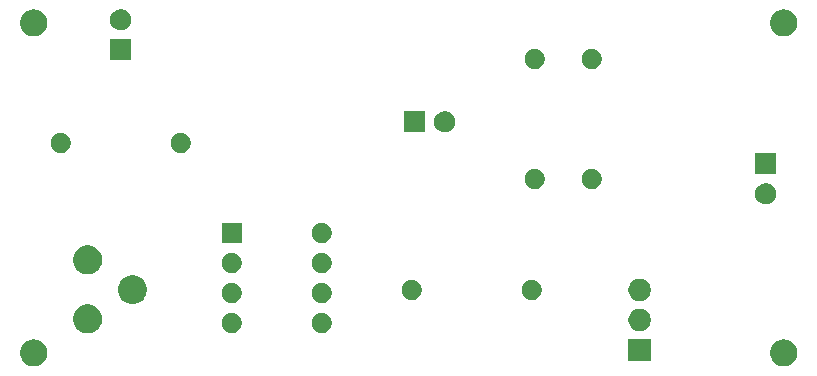
<source format=gbr>
G04 #@! TF.GenerationSoftware,KiCad,Pcbnew,5.1.5-52549c5~84~ubuntu18.04.1*
G04 #@! TF.CreationDate,2020-02-28T14:28:58+00:00*
G04 #@! TF.ProjectId,etl_driver_pcb,65746c5f-6472-4697-9665-725f7063622e,rev?*
G04 #@! TF.SameCoordinates,Original*
G04 #@! TF.FileFunction,Soldermask,Bot*
G04 #@! TF.FilePolarity,Negative*
%FSLAX46Y46*%
G04 Gerber Fmt 4.6, Leading zero omitted, Abs format (unit mm)*
G04 Created by KiCad (PCBNEW 5.1.5-52549c5~84~ubuntu18.04.1) date 2020-02-28 14:28:58*
%MOMM*%
%LPD*%
G04 APERTURE LIST*
%ADD10C,0.100000*%
G04 APERTURE END LIST*
D10*
G36*
X190470549Y-126125116D02*
G01*
X190581734Y-126147232D01*
X190791203Y-126233997D01*
X190979720Y-126359960D01*
X191140040Y-126520280D01*
X191266003Y-126708797D01*
X191352768Y-126918266D01*
X191397000Y-127140636D01*
X191397000Y-127367364D01*
X191352768Y-127589734D01*
X191266003Y-127799203D01*
X191140040Y-127987720D01*
X190979720Y-128148040D01*
X190791203Y-128274003D01*
X190581734Y-128360768D01*
X190470549Y-128382884D01*
X190359365Y-128405000D01*
X190132635Y-128405000D01*
X190021451Y-128382884D01*
X189910266Y-128360768D01*
X189700797Y-128274003D01*
X189512280Y-128148040D01*
X189351960Y-127987720D01*
X189225997Y-127799203D01*
X189139232Y-127589734D01*
X189095000Y-127367364D01*
X189095000Y-127140636D01*
X189139232Y-126918266D01*
X189225997Y-126708797D01*
X189351960Y-126520280D01*
X189512280Y-126359960D01*
X189700797Y-126233997D01*
X189910266Y-126147232D01*
X190021451Y-126125116D01*
X190132635Y-126103000D01*
X190359365Y-126103000D01*
X190470549Y-126125116D01*
G37*
G36*
X126970549Y-126125116D02*
G01*
X127081734Y-126147232D01*
X127291203Y-126233997D01*
X127479720Y-126359960D01*
X127640040Y-126520280D01*
X127766003Y-126708797D01*
X127852768Y-126918266D01*
X127897000Y-127140636D01*
X127897000Y-127367364D01*
X127852768Y-127589734D01*
X127766003Y-127799203D01*
X127640040Y-127987720D01*
X127479720Y-128148040D01*
X127291203Y-128274003D01*
X127081734Y-128360768D01*
X126970549Y-128382884D01*
X126859365Y-128405000D01*
X126632635Y-128405000D01*
X126521451Y-128382884D01*
X126410266Y-128360768D01*
X126200797Y-128274003D01*
X126012280Y-128148040D01*
X125851960Y-127987720D01*
X125725997Y-127799203D01*
X125639232Y-127589734D01*
X125595000Y-127367364D01*
X125595000Y-127140636D01*
X125639232Y-126918266D01*
X125725997Y-126708797D01*
X125851960Y-126520280D01*
X126012280Y-126359960D01*
X126200797Y-126233997D01*
X126410266Y-126147232D01*
X126521451Y-126125116D01*
X126632635Y-126103000D01*
X126859365Y-126103000D01*
X126970549Y-126125116D01*
G37*
G36*
X179005000Y-127951000D02*
G01*
X177103000Y-127951000D01*
X177103000Y-126049000D01*
X179005000Y-126049000D01*
X179005000Y-127951000D01*
G37*
G36*
X131674153Y-123205922D02*
G01*
X131766194Y-123244047D01*
X131896359Y-123297963D01*
X132096342Y-123431587D01*
X132266413Y-123601658D01*
X132400037Y-123801641D01*
X132453953Y-123931806D01*
X132465571Y-123959853D01*
X132492078Y-124023848D01*
X132523657Y-124182604D01*
X132539000Y-124259742D01*
X132539000Y-124500258D01*
X132492078Y-124736153D01*
X132466536Y-124797816D01*
X132400037Y-124958359D01*
X132266413Y-125158342D01*
X132096342Y-125328413D01*
X131896359Y-125462037D01*
X131766194Y-125515953D01*
X131674153Y-125554078D01*
X131556205Y-125577539D01*
X131438259Y-125601000D01*
X131197741Y-125601000D01*
X131079795Y-125577539D01*
X130961847Y-125554078D01*
X130869806Y-125515953D01*
X130739641Y-125462037D01*
X130539658Y-125328413D01*
X130369587Y-125158342D01*
X130235963Y-124958359D01*
X130169464Y-124797816D01*
X130143922Y-124736153D01*
X130097000Y-124500258D01*
X130097000Y-124259742D01*
X130112344Y-124182604D01*
X130143922Y-124023848D01*
X130170430Y-123959853D01*
X130182047Y-123931806D01*
X130235963Y-123801641D01*
X130369587Y-123601658D01*
X130539658Y-123431587D01*
X130739641Y-123297963D01*
X130869806Y-123244047D01*
X130961847Y-123205922D01*
X131197741Y-123159000D01*
X131438259Y-123159000D01*
X131674153Y-123205922D01*
G37*
G36*
X151378228Y-123895703D02*
G01*
X151533100Y-123959853D01*
X151672481Y-124052985D01*
X151791015Y-124171519D01*
X151884147Y-124310900D01*
X151948297Y-124465772D01*
X151981000Y-124630184D01*
X151981000Y-124797816D01*
X151948297Y-124962228D01*
X151884147Y-125117100D01*
X151791015Y-125256481D01*
X151672481Y-125375015D01*
X151533100Y-125468147D01*
X151378228Y-125532297D01*
X151213816Y-125565000D01*
X151046184Y-125565000D01*
X150881772Y-125532297D01*
X150726900Y-125468147D01*
X150587519Y-125375015D01*
X150468985Y-125256481D01*
X150375853Y-125117100D01*
X150311703Y-124962228D01*
X150279000Y-124797816D01*
X150279000Y-124630184D01*
X150311703Y-124465772D01*
X150375853Y-124310900D01*
X150468985Y-124171519D01*
X150587519Y-124052985D01*
X150726900Y-123959853D01*
X150881772Y-123895703D01*
X151046184Y-123863000D01*
X151213816Y-123863000D01*
X151378228Y-123895703D01*
G37*
G36*
X143758228Y-123895703D02*
G01*
X143913100Y-123959853D01*
X144052481Y-124052985D01*
X144171015Y-124171519D01*
X144264147Y-124310900D01*
X144328297Y-124465772D01*
X144361000Y-124630184D01*
X144361000Y-124797816D01*
X144328297Y-124962228D01*
X144264147Y-125117100D01*
X144171015Y-125256481D01*
X144052481Y-125375015D01*
X143913100Y-125468147D01*
X143758228Y-125532297D01*
X143593816Y-125565000D01*
X143426184Y-125565000D01*
X143261772Y-125532297D01*
X143106900Y-125468147D01*
X142967519Y-125375015D01*
X142848985Y-125256481D01*
X142755853Y-125117100D01*
X142691703Y-124962228D01*
X142659000Y-124797816D01*
X142659000Y-124630184D01*
X142691703Y-124465772D01*
X142755853Y-124310900D01*
X142848985Y-124171519D01*
X142967519Y-124052985D01*
X143106900Y-123959853D01*
X143261772Y-123895703D01*
X143426184Y-123863000D01*
X143593816Y-123863000D01*
X143758228Y-123895703D01*
G37*
G36*
X178331395Y-123545546D02*
G01*
X178504466Y-123617234D01*
X178504467Y-123617235D01*
X178660227Y-123721310D01*
X178792690Y-123853773D01*
X178820708Y-123895705D01*
X178896766Y-124009534D01*
X178968454Y-124182605D01*
X179005000Y-124366333D01*
X179005000Y-124553667D01*
X178968454Y-124737395D01*
X178896766Y-124910466D01*
X178896765Y-124910467D01*
X178792690Y-125066227D01*
X178660227Y-125198690D01*
X178581818Y-125251081D01*
X178504466Y-125302766D01*
X178331395Y-125374454D01*
X178147667Y-125411000D01*
X177960333Y-125411000D01*
X177776605Y-125374454D01*
X177603534Y-125302766D01*
X177526182Y-125251081D01*
X177447773Y-125198690D01*
X177315310Y-125066227D01*
X177211235Y-124910467D01*
X177211234Y-124910466D01*
X177139546Y-124737395D01*
X177103000Y-124553667D01*
X177103000Y-124366333D01*
X177139546Y-124182605D01*
X177211234Y-124009534D01*
X177287292Y-123895705D01*
X177315310Y-123853773D01*
X177447773Y-123721310D01*
X177603533Y-123617235D01*
X177603534Y-123617234D01*
X177776605Y-123545546D01*
X177960333Y-123509000D01*
X178147667Y-123509000D01*
X178331395Y-123545546D01*
G37*
G36*
X135474153Y-120705922D02*
G01*
X135566194Y-120744047D01*
X135696359Y-120797963D01*
X135896342Y-120931587D01*
X136066413Y-121101658D01*
X136200037Y-121301641D01*
X136249002Y-121419853D01*
X136289202Y-121516903D01*
X136292078Y-121523848D01*
X136339000Y-121759741D01*
X136339000Y-122000259D01*
X136338292Y-122003816D01*
X136292078Y-122236153D01*
X136256064Y-122323097D01*
X136200037Y-122458359D01*
X136066413Y-122658342D01*
X135896342Y-122828413D01*
X135696359Y-122962037D01*
X135566194Y-123015953D01*
X135474153Y-123054078D01*
X135356205Y-123077539D01*
X135238259Y-123101000D01*
X134997741Y-123101000D01*
X134879795Y-123077539D01*
X134761847Y-123054078D01*
X134669806Y-123015953D01*
X134539641Y-122962037D01*
X134339658Y-122828413D01*
X134169587Y-122658342D01*
X134035963Y-122458359D01*
X133979936Y-122323097D01*
X133943922Y-122236153D01*
X133897708Y-122003816D01*
X133897000Y-122000259D01*
X133897000Y-121759741D01*
X133943922Y-121523848D01*
X133946799Y-121516903D01*
X133986998Y-121419853D01*
X134035963Y-121301641D01*
X134169587Y-121101658D01*
X134339658Y-120931587D01*
X134539641Y-120797963D01*
X134669806Y-120744047D01*
X134761847Y-120705922D01*
X134997741Y-120659000D01*
X135238259Y-120659000D01*
X135474153Y-120705922D01*
G37*
G36*
X143758228Y-121355703D02*
G01*
X143913100Y-121419853D01*
X144052481Y-121512985D01*
X144171015Y-121631519D01*
X144264147Y-121770900D01*
X144328297Y-121925772D01*
X144361000Y-122090184D01*
X144361000Y-122257816D01*
X144328297Y-122422228D01*
X144264147Y-122577100D01*
X144171015Y-122716481D01*
X144052481Y-122835015D01*
X143913100Y-122928147D01*
X143758228Y-122992297D01*
X143593816Y-123025000D01*
X143426184Y-123025000D01*
X143261772Y-122992297D01*
X143106900Y-122928147D01*
X142967519Y-122835015D01*
X142848985Y-122716481D01*
X142755853Y-122577100D01*
X142691703Y-122422228D01*
X142659000Y-122257816D01*
X142659000Y-122090184D01*
X142691703Y-121925772D01*
X142755853Y-121770900D01*
X142848985Y-121631519D01*
X142967519Y-121512985D01*
X143106900Y-121419853D01*
X143261772Y-121355703D01*
X143426184Y-121323000D01*
X143593816Y-121323000D01*
X143758228Y-121355703D01*
G37*
G36*
X151378228Y-121355703D02*
G01*
X151533100Y-121419853D01*
X151672481Y-121512985D01*
X151791015Y-121631519D01*
X151884147Y-121770900D01*
X151948297Y-121925772D01*
X151981000Y-122090184D01*
X151981000Y-122257816D01*
X151948297Y-122422228D01*
X151884147Y-122577100D01*
X151791015Y-122716481D01*
X151672481Y-122835015D01*
X151533100Y-122928147D01*
X151378228Y-122992297D01*
X151213816Y-123025000D01*
X151046184Y-123025000D01*
X150881772Y-122992297D01*
X150726900Y-122928147D01*
X150587519Y-122835015D01*
X150468985Y-122716481D01*
X150375853Y-122577100D01*
X150311703Y-122422228D01*
X150279000Y-122257816D01*
X150279000Y-122090184D01*
X150311703Y-121925772D01*
X150375853Y-121770900D01*
X150468985Y-121631519D01*
X150587519Y-121512985D01*
X150726900Y-121419853D01*
X150881772Y-121355703D01*
X151046184Y-121323000D01*
X151213816Y-121323000D01*
X151378228Y-121355703D01*
G37*
G36*
X178331395Y-121005546D02*
G01*
X178504466Y-121077234D01*
X178504467Y-121077235D01*
X178660227Y-121181310D01*
X178792690Y-121313773D01*
X178835284Y-121377520D01*
X178896766Y-121469534D01*
X178968454Y-121642605D01*
X179005000Y-121826333D01*
X179005000Y-122013667D01*
X178968454Y-122197395D01*
X178896766Y-122370466D01*
X178896765Y-122370467D01*
X178792690Y-122526227D01*
X178660227Y-122658690D01*
X178637092Y-122674148D01*
X178504466Y-122762766D01*
X178331395Y-122834454D01*
X178147667Y-122871000D01*
X177960333Y-122871000D01*
X177776605Y-122834454D01*
X177603534Y-122762766D01*
X177470908Y-122674148D01*
X177447773Y-122658690D01*
X177315310Y-122526227D01*
X177211235Y-122370467D01*
X177211234Y-122370466D01*
X177139546Y-122197395D01*
X177103000Y-122013667D01*
X177103000Y-121826333D01*
X177139546Y-121642605D01*
X177211234Y-121469534D01*
X177272716Y-121377520D01*
X177315310Y-121313773D01*
X177447773Y-121181310D01*
X177603533Y-121077235D01*
X177603534Y-121077234D01*
X177776605Y-121005546D01*
X177960333Y-120969000D01*
X178147667Y-120969000D01*
X178331395Y-121005546D01*
G37*
G36*
X158998228Y-121101703D02*
G01*
X159153100Y-121165853D01*
X159292481Y-121258985D01*
X159411015Y-121377519D01*
X159504147Y-121516900D01*
X159568297Y-121671772D01*
X159601000Y-121836184D01*
X159601000Y-122003816D01*
X159568297Y-122168228D01*
X159504147Y-122323100D01*
X159411015Y-122462481D01*
X159292481Y-122581015D01*
X159153100Y-122674147D01*
X158998228Y-122738297D01*
X158833816Y-122771000D01*
X158666184Y-122771000D01*
X158501772Y-122738297D01*
X158346900Y-122674147D01*
X158207519Y-122581015D01*
X158088985Y-122462481D01*
X157995853Y-122323100D01*
X157931703Y-122168228D01*
X157899000Y-122003816D01*
X157899000Y-121836184D01*
X157931703Y-121671772D01*
X157995853Y-121516900D01*
X158088985Y-121377519D01*
X158207519Y-121258985D01*
X158346900Y-121165853D01*
X158501772Y-121101703D01*
X158666184Y-121069000D01*
X158833816Y-121069000D01*
X158998228Y-121101703D01*
G37*
G36*
X169158228Y-121101703D02*
G01*
X169313100Y-121165853D01*
X169452481Y-121258985D01*
X169571015Y-121377519D01*
X169664147Y-121516900D01*
X169728297Y-121671772D01*
X169761000Y-121836184D01*
X169761000Y-122003816D01*
X169728297Y-122168228D01*
X169664147Y-122323100D01*
X169571015Y-122462481D01*
X169452481Y-122581015D01*
X169313100Y-122674147D01*
X169158228Y-122738297D01*
X168993816Y-122771000D01*
X168826184Y-122771000D01*
X168661772Y-122738297D01*
X168506900Y-122674147D01*
X168367519Y-122581015D01*
X168248985Y-122462481D01*
X168155853Y-122323100D01*
X168091703Y-122168228D01*
X168059000Y-122003816D01*
X168059000Y-121836184D01*
X168091703Y-121671772D01*
X168155853Y-121516900D01*
X168248985Y-121377519D01*
X168367519Y-121258985D01*
X168506900Y-121165853D01*
X168661772Y-121101703D01*
X168826184Y-121069000D01*
X168993816Y-121069000D01*
X169158228Y-121101703D01*
G37*
G36*
X131674153Y-118205922D02*
G01*
X131766194Y-118244047D01*
X131896359Y-118297963D01*
X132096342Y-118431587D01*
X132266413Y-118601658D01*
X132400037Y-118801641D01*
X132405862Y-118815705D01*
X132492078Y-119023847D01*
X132539000Y-119259742D01*
X132539000Y-119500258D01*
X132495726Y-119717815D01*
X132492078Y-119736152D01*
X132400037Y-119958359D01*
X132266413Y-120158342D01*
X132096342Y-120328413D01*
X131896359Y-120462037D01*
X131840921Y-120485000D01*
X131674153Y-120554078D01*
X131556205Y-120577539D01*
X131438259Y-120601000D01*
X131197741Y-120601000D01*
X131079795Y-120577539D01*
X130961847Y-120554078D01*
X130795079Y-120485000D01*
X130739641Y-120462037D01*
X130539658Y-120328413D01*
X130369587Y-120158342D01*
X130235963Y-119958359D01*
X130143922Y-119736152D01*
X130140275Y-119717815D01*
X130097000Y-119500258D01*
X130097000Y-119259742D01*
X130143922Y-119023847D01*
X130230138Y-118815705D01*
X130235963Y-118801641D01*
X130369587Y-118601658D01*
X130539658Y-118431587D01*
X130739641Y-118297963D01*
X130869806Y-118244047D01*
X130961847Y-118205922D01*
X131197741Y-118159000D01*
X131438259Y-118159000D01*
X131674153Y-118205922D01*
G37*
G36*
X143758228Y-118815703D02*
G01*
X143913100Y-118879853D01*
X144052481Y-118972985D01*
X144171015Y-119091519D01*
X144264147Y-119230900D01*
X144328297Y-119385772D01*
X144361000Y-119550184D01*
X144361000Y-119717816D01*
X144328297Y-119882228D01*
X144264147Y-120037100D01*
X144171015Y-120176481D01*
X144052481Y-120295015D01*
X143913100Y-120388147D01*
X143758228Y-120452297D01*
X143593816Y-120485000D01*
X143426184Y-120485000D01*
X143261772Y-120452297D01*
X143106900Y-120388147D01*
X142967519Y-120295015D01*
X142848985Y-120176481D01*
X142755853Y-120037100D01*
X142691703Y-119882228D01*
X142659000Y-119717816D01*
X142659000Y-119550184D01*
X142691703Y-119385772D01*
X142755853Y-119230900D01*
X142848985Y-119091519D01*
X142967519Y-118972985D01*
X143106900Y-118879853D01*
X143261772Y-118815703D01*
X143426184Y-118783000D01*
X143593816Y-118783000D01*
X143758228Y-118815703D01*
G37*
G36*
X151378228Y-118815703D02*
G01*
X151533100Y-118879853D01*
X151672481Y-118972985D01*
X151791015Y-119091519D01*
X151884147Y-119230900D01*
X151948297Y-119385772D01*
X151981000Y-119550184D01*
X151981000Y-119717816D01*
X151948297Y-119882228D01*
X151884147Y-120037100D01*
X151791015Y-120176481D01*
X151672481Y-120295015D01*
X151533100Y-120388147D01*
X151378228Y-120452297D01*
X151213816Y-120485000D01*
X151046184Y-120485000D01*
X150881772Y-120452297D01*
X150726900Y-120388147D01*
X150587519Y-120295015D01*
X150468985Y-120176481D01*
X150375853Y-120037100D01*
X150311703Y-119882228D01*
X150279000Y-119717816D01*
X150279000Y-119550184D01*
X150311703Y-119385772D01*
X150375853Y-119230900D01*
X150468985Y-119091519D01*
X150587519Y-118972985D01*
X150726900Y-118879853D01*
X150881772Y-118815703D01*
X151046184Y-118783000D01*
X151213816Y-118783000D01*
X151378228Y-118815703D01*
G37*
G36*
X144361000Y-117945000D02*
G01*
X142659000Y-117945000D01*
X142659000Y-116243000D01*
X144361000Y-116243000D01*
X144361000Y-117945000D01*
G37*
G36*
X151378228Y-116275703D02*
G01*
X151533100Y-116339853D01*
X151672481Y-116432985D01*
X151791015Y-116551519D01*
X151884147Y-116690900D01*
X151948297Y-116845772D01*
X151981000Y-117010184D01*
X151981000Y-117177816D01*
X151948297Y-117342228D01*
X151884147Y-117497100D01*
X151791015Y-117636481D01*
X151672481Y-117755015D01*
X151533100Y-117848147D01*
X151378228Y-117912297D01*
X151213816Y-117945000D01*
X151046184Y-117945000D01*
X150881772Y-117912297D01*
X150726900Y-117848147D01*
X150587519Y-117755015D01*
X150468985Y-117636481D01*
X150375853Y-117497100D01*
X150311703Y-117342228D01*
X150279000Y-117177816D01*
X150279000Y-117010184D01*
X150311703Y-116845772D01*
X150375853Y-116690900D01*
X150468985Y-116551519D01*
X150587519Y-116432985D01*
X150726900Y-116339853D01*
X150881772Y-116275703D01*
X151046184Y-116243000D01*
X151213816Y-116243000D01*
X151378228Y-116275703D01*
G37*
G36*
X188835512Y-112895927D02*
G01*
X188984812Y-112925624D01*
X189148784Y-112993544D01*
X189296354Y-113092147D01*
X189421853Y-113217646D01*
X189520456Y-113365216D01*
X189588376Y-113529188D01*
X189623000Y-113703259D01*
X189623000Y-113880741D01*
X189588376Y-114054812D01*
X189520456Y-114218784D01*
X189421853Y-114366354D01*
X189296354Y-114491853D01*
X189148784Y-114590456D01*
X188984812Y-114658376D01*
X188835512Y-114688073D01*
X188810742Y-114693000D01*
X188633258Y-114693000D01*
X188608488Y-114688073D01*
X188459188Y-114658376D01*
X188295216Y-114590456D01*
X188147646Y-114491853D01*
X188022147Y-114366354D01*
X187923544Y-114218784D01*
X187855624Y-114054812D01*
X187821000Y-113880741D01*
X187821000Y-113703259D01*
X187855624Y-113529188D01*
X187923544Y-113365216D01*
X188022147Y-113217646D01*
X188147646Y-113092147D01*
X188295216Y-112993544D01*
X188459188Y-112925624D01*
X188608488Y-112895927D01*
X188633258Y-112891000D01*
X188810742Y-112891000D01*
X188835512Y-112895927D01*
G37*
G36*
X169412228Y-111703703D02*
G01*
X169567100Y-111767853D01*
X169706481Y-111860985D01*
X169825015Y-111979519D01*
X169918147Y-112118900D01*
X169982297Y-112273772D01*
X170015000Y-112438184D01*
X170015000Y-112605816D01*
X169982297Y-112770228D01*
X169918147Y-112925100D01*
X169825015Y-113064481D01*
X169706481Y-113183015D01*
X169567100Y-113276147D01*
X169412228Y-113340297D01*
X169247816Y-113373000D01*
X169080184Y-113373000D01*
X168915772Y-113340297D01*
X168760900Y-113276147D01*
X168621519Y-113183015D01*
X168502985Y-113064481D01*
X168409853Y-112925100D01*
X168345703Y-112770228D01*
X168313000Y-112605816D01*
X168313000Y-112438184D01*
X168345703Y-112273772D01*
X168409853Y-112118900D01*
X168502985Y-111979519D01*
X168621519Y-111860985D01*
X168760900Y-111767853D01*
X168915772Y-111703703D01*
X169080184Y-111671000D01*
X169247816Y-111671000D01*
X169412228Y-111703703D01*
G37*
G36*
X174238228Y-111703703D02*
G01*
X174393100Y-111767853D01*
X174532481Y-111860985D01*
X174651015Y-111979519D01*
X174744147Y-112118900D01*
X174808297Y-112273772D01*
X174841000Y-112438184D01*
X174841000Y-112605816D01*
X174808297Y-112770228D01*
X174744147Y-112925100D01*
X174651015Y-113064481D01*
X174532481Y-113183015D01*
X174393100Y-113276147D01*
X174238228Y-113340297D01*
X174073816Y-113373000D01*
X173906184Y-113373000D01*
X173741772Y-113340297D01*
X173586900Y-113276147D01*
X173447519Y-113183015D01*
X173328985Y-113064481D01*
X173235853Y-112925100D01*
X173171703Y-112770228D01*
X173139000Y-112605816D01*
X173139000Y-112438184D01*
X173171703Y-112273772D01*
X173235853Y-112118900D01*
X173328985Y-111979519D01*
X173447519Y-111860985D01*
X173586900Y-111767853D01*
X173741772Y-111703703D01*
X173906184Y-111671000D01*
X174073816Y-111671000D01*
X174238228Y-111703703D01*
G37*
G36*
X189623000Y-112153000D02*
G01*
X187821000Y-112153000D01*
X187821000Y-110351000D01*
X189623000Y-110351000D01*
X189623000Y-112153000D01*
G37*
G36*
X139440228Y-108655703D02*
G01*
X139595100Y-108719853D01*
X139734481Y-108812985D01*
X139853015Y-108931519D01*
X139946147Y-109070900D01*
X140010297Y-109225772D01*
X140043000Y-109390184D01*
X140043000Y-109557816D01*
X140010297Y-109722228D01*
X139946147Y-109877100D01*
X139853015Y-110016481D01*
X139734481Y-110135015D01*
X139595100Y-110228147D01*
X139440228Y-110292297D01*
X139275816Y-110325000D01*
X139108184Y-110325000D01*
X138943772Y-110292297D01*
X138788900Y-110228147D01*
X138649519Y-110135015D01*
X138530985Y-110016481D01*
X138437853Y-109877100D01*
X138373703Y-109722228D01*
X138341000Y-109557816D01*
X138341000Y-109390184D01*
X138373703Y-109225772D01*
X138437853Y-109070900D01*
X138530985Y-108931519D01*
X138649519Y-108812985D01*
X138788900Y-108719853D01*
X138943772Y-108655703D01*
X139108184Y-108623000D01*
X139275816Y-108623000D01*
X139440228Y-108655703D01*
G37*
G36*
X129280228Y-108655703D02*
G01*
X129435100Y-108719853D01*
X129574481Y-108812985D01*
X129693015Y-108931519D01*
X129786147Y-109070900D01*
X129850297Y-109225772D01*
X129883000Y-109390184D01*
X129883000Y-109557816D01*
X129850297Y-109722228D01*
X129786147Y-109877100D01*
X129693015Y-110016481D01*
X129574481Y-110135015D01*
X129435100Y-110228147D01*
X129280228Y-110292297D01*
X129115816Y-110325000D01*
X128948184Y-110325000D01*
X128783772Y-110292297D01*
X128628900Y-110228147D01*
X128489519Y-110135015D01*
X128370985Y-110016481D01*
X128277853Y-109877100D01*
X128213703Y-109722228D01*
X128181000Y-109557816D01*
X128181000Y-109390184D01*
X128213703Y-109225772D01*
X128277853Y-109070900D01*
X128370985Y-108931519D01*
X128489519Y-108812985D01*
X128628900Y-108719853D01*
X128783772Y-108655703D01*
X128948184Y-108623000D01*
X129115816Y-108623000D01*
X129280228Y-108655703D01*
G37*
G36*
X161657512Y-106799927D02*
G01*
X161806812Y-106829624D01*
X161970784Y-106897544D01*
X162118354Y-106996147D01*
X162243853Y-107121646D01*
X162342456Y-107269216D01*
X162410376Y-107433188D01*
X162445000Y-107607259D01*
X162445000Y-107784741D01*
X162410376Y-107958812D01*
X162342456Y-108122784D01*
X162243853Y-108270354D01*
X162118354Y-108395853D01*
X161970784Y-108494456D01*
X161806812Y-108562376D01*
X161657512Y-108592073D01*
X161632742Y-108597000D01*
X161455258Y-108597000D01*
X161430488Y-108592073D01*
X161281188Y-108562376D01*
X161117216Y-108494456D01*
X160969646Y-108395853D01*
X160844147Y-108270354D01*
X160745544Y-108122784D01*
X160677624Y-107958812D01*
X160643000Y-107784741D01*
X160643000Y-107607259D01*
X160677624Y-107433188D01*
X160745544Y-107269216D01*
X160844147Y-107121646D01*
X160969646Y-106996147D01*
X161117216Y-106897544D01*
X161281188Y-106829624D01*
X161430488Y-106799927D01*
X161455258Y-106795000D01*
X161632742Y-106795000D01*
X161657512Y-106799927D01*
G37*
G36*
X159905000Y-108597000D02*
G01*
X158103000Y-108597000D01*
X158103000Y-106795000D01*
X159905000Y-106795000D01*
X159905000Y-108597000D01*
G37*
G36*
X169412228Y-101543703D02*
G01*
X169567100Y-101607853D01*
X169706481Y-101700985D01*
X169825015Y-101819519D01*
X169918147Y-101958900D01*
X169982297Y-102113772D01*
X170015000Y-102278184D01*
X170015000Y-102445816D01*
X169982297Y-102610228D01*
X169918147Y-102765100D01*
X169825015Y-102904481D01*
X169706481Y-103023015D01*
X169567100Y-103116147D01*
X169412228Y-103180297D01*
X169247816Y-103213000D01*
X169080184Y-103213000D01*
X168915772Y-103180297D01*
X168760900Y-103116147D01*
X168621519Y-103023015D01*
X168502985Y-102904481D01*
X168409853Y-102765100D01*
X168345703Y-102610228D01*
X168313000Y-102445816D01*
X168313000Y-102278184D01*
X168345703Y-102113772D01*
X168409853Y-101958900D01*
X168502985Y-101819519D01*
X168621519Y-101700985D01*
X168760900Y-101607853D01*
X168915772Y-101543703D01*
X169080184Y-101511000D01*
X169247816Y-101511000D01*
X169412228Y-101543703D01*
G37*
G36*
X174238228Y-101543703D02*
G01*
X174393100Y-101607853D01*
X174532481Y-101700985D01*
X174651015Y-101819519D01*
X174744147Y-101958900D01*
X174808297Y-102113772D01*
X174841000Y-102278184D01*
X174841000Y-102445816D01*
X174808297Y-102610228D01*
X174744147Y-102765100D01*
X174651015Y-102904481D01*
X174532481Y-103023015D01*
X174393100Y-103116147D01*
X174238228Y-103180297D01*
X174073816Y-103213000D01*
X173906184Y-103213000D01*
X173741772Y-103180297D01*
X173586900Y-103116147D01*
X173447519Y-103023015D01*
X173328985Y-102904481D01*
X173235853Y-102765100D01*
X173171703Y-102610228D01*
X173139000Y-102445816D01*
X173139000Y-102278184D01*
X173171703Y-102113772D01*
X173235853Y-101958900D01*
X173328985Y-101819519D01*
X173447519Y-101700985D01*
X173586900Y-101607853D01*
X173741772Y-101543703D01*
X173906184Y-101511000D01*
X174073816Y-101511000D01*
X174238228Y-101543703D01*
G37*
G36*
X135013000Y-102501000D02*
G01*
X133211000Y-102501000D01*
X133211000Y-100699000D01*
X135013000Y-100699000D01*
X135013000Y-102501000D01*
G37*
G36*
X126970549Y-98185116D02*
G01*
X127081734Y-98207232D01*
X127291203Y-98293997D01*
X127479720Y-98419960D01*
X127640040Y-98580280D01*
X127766003Y-98768797D01*
X127849866Y-98971259D01*
X127852768Y-98978267D01*
X127886678Y-99148741D01*
X127897000Y-99200636D01*
X127897000Y-99427364D01*
X127852768Y-99649734D01*
X127807155Y-99759853D01*
X127766313Y-99858456D01*
X127766003Y-99859203D01*
X127640040Y-100047720D01*
X127479720Y-100208040D01*
X127291203Y-100334003D01*
X127081734Y-100420768D01*
X126970549Y-100442884D01*
X126859365Y-100465000D01*
X126632635Y-100465000D01*
X126521451Y-100442884D01*
X126410266Y-100420768D01*
X126200797Y-100334003D01*
X126012280Y-100208040D01*
X125851960Y-100047720D01*
X125725997Y-99859203D01*
X125725688Y-99858456D01*
X125684845Y-99759853D01*
X125639232Y-99649734D01*
X125595000Y-99427364D01*
X125595000Y-99200636D01*
X125605323Y-99148741D01*
X125639232Y-98978267D01*
X125642135Y-98971259D01*
X125725997Y-98768797D01*
X125851960Y-98580280D01*
X126012280Y-98419960D01*
X126200797Y-98293997D01*
X126410266Y-98207232D01*
X126521451Y-98185116D01*
X126632635Y-98163000D01*
X126859365Y-98163000D01*
X126970549Y-98185116D01*
G37*
G36*
X190470549Y-98185116D02*
G01*
X190581734Y-98207232D01*
X190791203Y-98293997D01*
X190979720Y-98419960D01*
X191140040Y-98580280D01*
X191266003Y-98768797D01*
X191349866Y-98971259D01*
X191352768Y-98978267D01*
X191386678Y-99148741D01*
X191397000Y-99200636D01*
X191397000Y-99427364D01*
X191352768Y-99649734D01*
X191307155Y-99759853D01*
X191266313Y-99858456D01*
X191266003Y-99859203D01*
X191140040Y-100047720D01*
X190979720Y-100208040D01*
X190791203Y-100334003D01*
X190581734Y-100420768D01*
X190470549Y-100442884D01*
X190359365Y-100465000D01*
X190132635Y-100465000D01*
X190021451Y-100442884D01*
X189910266Y-100420768D01*
X189700797Y-100334003D01*
X189512280Y-100208040D01*
X189351960Y-100047720D01*
X189225997Y-99859203D01*
X189225688Y-99858456D01*
X189184845Y-99759853D01*
X189139232Y-99649734D01*
X189095000Y-99427364D01*
X189095000Y-99200636D01*
X189105323Y-99148741D01*
X189139232Y-98978267D01*
X189142135Y-98971259D01*
X189225997Y-98768797D01*
X189351960Y-98580280D01*
X189512280Y-98419960D01*
X189700797Y-98293997D01*
X189910266Y-98207232D01*
X190021451Y-98185116D01*
X190132635Y-98163000D01*
X190359365Y-98163000D01*
X190470549Y-98185116D01*
G37*
G36*
X134220851Y-98163000D02*
G01*
X134374812Y-98193624D01*
X134538784Y-98261544D01*
X134686354Y-98360147D01*
X134811853Y-98485646D01*
X134910456Y-98633216D01*
X134978376Y-98797188D01*
X135013000Y-98971259D01*
X135013000Y-99148741D01*
X134978376Y-99322812D01*
X134910456Y-99486784D01*
X134811853Y-99634354D01*
X134686354Y-99759853D01*
X134538784Y-99858456D01*
X134374812Y-99926376D01*
X134225512Y-99956073D01*
X134200742Y-99961000D01*
X134023258Y-99961000D01*
X133998488Y-99956073D01*
X133849188Y-99926376D01*
X133685216Y-99858456D01*
X133537646Y-99759853D01*
X133412147Y-99634354D01*
X133313544Y-99486784D01*
X133245624Y-99322812D01*
X133211000Y-99148741D01*
X133211000Y-98971259D01*
X133245624Y-98797188D01*
X133313544Y-98633216D01*
X133412147Y-98485646D01*
X133537646Y-98360147D01*
X133685216Y-98261544D01*
X133849188Y-98193624D01*
X134003149Y-98163000D01*
X134023258Y-98159000D01*
X134200742Y-98159000D01*
X134220851Y-98163000D01*
G37*
M02*

</source>
